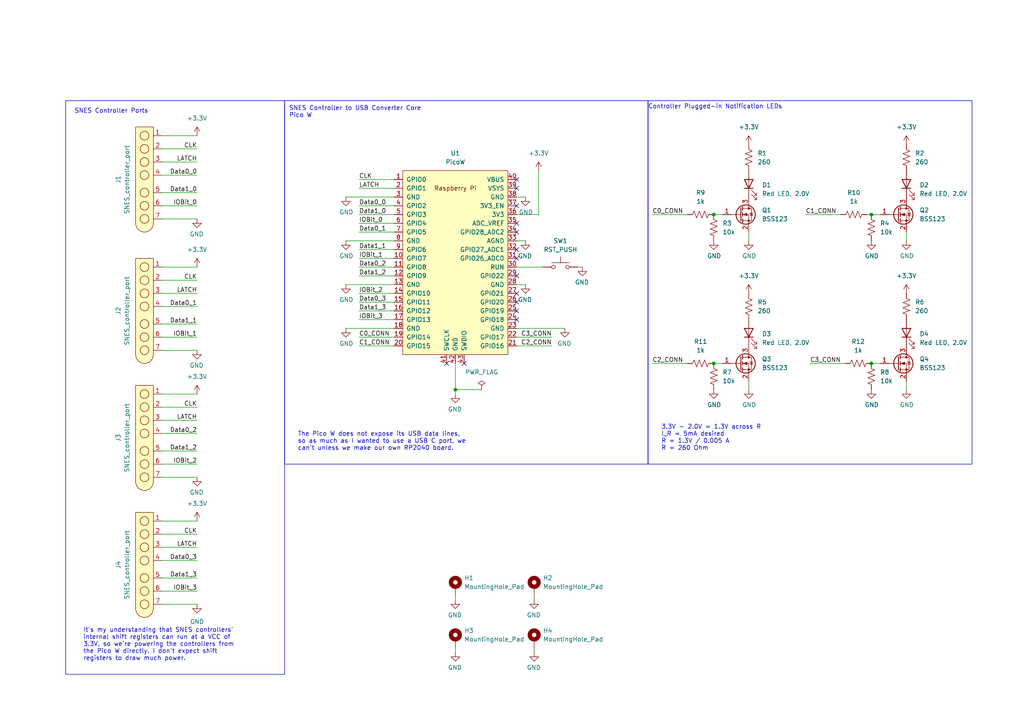
<source format=kicad_sch>
(kicad_sch (version 20230121) (generator eeschema)
  (paper "A4")
  (title_block (title "SNES Controllers to USB") (date "2024-02-28") (rev "B*") (comment 1 "Designed By: Gabriel Marcano"))
  (lib_symbols
    (symbol "Device:LED" (pin_numbers hide) (pin_names (offset 1.016) hide)
      (property "Reference" "D" (at 0 2.54 0))
      (property "Value" "LED" (at 0 -2.54 0))
      (symbol "LED_0_1"
        (polyline (pts (xy -1.27 -1.27) (xy -1.27 1.27)) (stroke (width 0.254)))
        (polyline (pts (xy -1.27 0) (xy 1.27 0)))
        (polyline (pts (xy 1.27 -1.27) (xy 1.27 1.27) (xy -1.27 0) (xy 1.27 -1.27)) (stroke (width 0.254)))
        (polyline (pts (xy -3.048 -0.762) (xy -4.572 -2.286) (xy -3.81 -2.286) (xy -4.572 -2.286) (xy -4.572 -1.524)))
        (polyline (pts (xy -1.778 -0.762) (xy -3.302 -2.286) (xy -2.54 -2.286) (xy -3.302 -2.286) (xy -3.302 -1.524)))
      )
      (symbol "LED_1_1"
        (pin passive line (at -3.81 0 0) (length 2.54) (name "K") (number "1"))
        (pin passive line (at 3.81 0 180) (length 2.54) (name "A") (number "2"))
      )
    )
    (symbol "Device:R_US" (pin_numbers hide) (pin_names (offset 0))
      (property "Reference" "R" (at 2.54 0 90))
      (property "Value" "R_US" (at -2.54 0 90))
      (symbol "R_US_0_1"
        (polyline (pts (xy 0 -2.286) (xy 0 -2.54)))
        (polyline (pts (xy 0 2.286) (xy 0 2.54)))
        (polyline (pts (xy 0 -0.762) (xy 1.016 -1.143) (xy 0 -1.524) (xy -1.016 -1.905) (xy 0 -2.286)))
        (polyline (pts (xy 0 0.762) (xy 1.016 0.381) (xy 0 0) (xy -1.016 -0.381) (xy 0 -0.762)))
        (polyline (pts (xy 0 2.286) (xy 1.016 1.905) (xy 0 1.524) (xy -1.016 1.143) (xy 0 0.762)))
      )
      (symbol "R_US_1_1"
        (pin passive line (at 0 3.81 270) (length 1.27) (name "~") (number "1"))
        (pin passive line (at 0 -3.81 90) (length 1.27) (name "~") (number "2"))
      )
    )
    (symbol "Marcano_Connector:SNES_controller_port" (pin_names (offset 5.08))
      (property "Reference" "J" (at -13.97 3.81 0))
      (property "Value" "SNES_controller_port" (at 8.89 3.81 0))
      (symbol "SNES_controller_port_0_1"
        (circle (center -11.43 0) (radius 1.27))
        (circle (center -7.62 0) (radius 1.27))
        (circle (center -3.81 0) (radius 1.27))
        (polyline (pts (xy -11.43 0) (xy -11.43 0)))
        (polyline (pts (xy -7.62 0) (xy -7.62 0)))
        (polyline (pts (xy -3.81 0) (xy -3.81 0)))
        (polyline (pts (xy 0 0) (xy 0 0)))
        (polyline (pts (xy 0 0) (xy 0 0)))
        (polyline (pts (xy 5.08 0) (xy 5.08 0)))
        (polyline (pts (xy 5.08 0) (xy 5.08 0)))
        (polyline (pts (xy 8.89 0) (xy 8.89 0)))
        (polyline (pts (xy 12.7 0) (xy 12.7 0)))
        (polyline (pts (xy 13.97 2.54) (xy -13.97 2.54) (xy -13.97 -2.54) (xy 13.97 -2.54)) (fill (type background)))
        (circle (center 0 0) (radius 1.27))
        (circle (center 5.08 0) (radius 1.27))
        (circle (center 8.89 0) (radius 1.27))
        (circle (center 12.7 0) (radius 1.27))
        (arc (start 13.97 -2.54) (mid 16.499 0) (end 13.97 2.54) (fill (type background)))
      )
      (symbol "SNES_controller_port_1_1"
        (pin power_in line (at -11.43 -5.08 90) (length 2.54) (name "~") (number "1"))
        (pin input line (at -7.62 -5.08 90) (length 2.54) (name "~") (number "2"))
        (pin input line (at -3.81 -5.08 90) (length 2.54) (name "~") (number "3"))
        (pin input line (at 0 -5.08 90) (length 2.54) (name "~") (number "4"))
        (pin input line (at 5.08 -5.08 90) (length 2.54) (name "~") (number "5"))
        (pin input line (at 8.89 -5.08 90) (length 2.54) (name "~") (number "6"))
        (pin power_in line (at 12.7 -5.08 90) (length 2.54) (name "~") (number "7"))
      )
    )
    (symbol "Mechanical:MountingHole_Pad" (pin_numbers hide) (pin_names (offset 1.016) hide)
      (property "Reference" "H" (at 0 6.35 0))
      (property "Value" "MountingHole_Pad" (at 0 4.445 0))
      (symbol "MountingHole_Pad_0_1"
        (circle (center 0 1.27) (radius 1.27) (stroke (width 1.27)))
      )
      (symbol "MountingHole_Pad_1_1"
        (pin input line (at 0 -2.54 90) (length 2.54) (name "1") (number "1"))
      )
    )
    (symbol "RPi_Pico:PicoW" (pin_names (offset 1.016))
      (property "Reference" "U" (at -13.97 -27.94 0))
      (property "Value" "PicoW" (at 0 -19.05 0))
      (symbol "PicoW_0_0"
        (text "Raspberry Pi" (at 0 21.59 0) (effects (font (size 1.27 1.27))))
      )
      (symbol "PicoW_0_1"
        (rectangle (start -15.24 26.67) (end 15.24 -26.67) (fill (type background)))
      )
      (symbol "PicoW_1_1"
        (pin bidirectional line (at -17.78 24.13 0) (length 2.54) (name "GPIO0") (number "1"))
        (pin bidirectional line (at -17.78 1.27 0) (length 2.54) (name "GPIO7") (number "10"))
        (pin bidirectional line (at -17.78 -1.27 0) (length 2.54) (name "GPIO8") (number "11"))
        (pin bidirectional line (at -17.78 -3.81 0) (length 2.54) (name "GPIO9") (number "12"))
        (pin power_in line (at -17.78 -6.35 0) (length 2.54) (name "GND") (number "13"))
        (pin bidirectional line (at -17.78 -8.89 0) (length 2.54) (name "GPIO10") (number "14"))
        (pin bidirectional line (at -17.78 -11.43 0) (length 2.54) (name "GPIO11") (number "15"))
        (pin bidirectional line (at -17.78 -13.97 0) (length 2.54) (name "GPIO12") (number "16"))
        (pin bidirectional line (at -17.78 -16.51 0) (length 2.54) (name "GPIO13") (number "17"))
        (pin power_in line (at -17.78 -19.05 0) (length 2.54) (name "GND") (number "18"))
        (pin bidirectional line (at -17.78 -21.59 0) (length 2.54) (name "GPIO14") (number "19"))
        (pin bidirectional line (at -17.78 21.59 0) (length 2.54) (name "GPIO1") (number "2"))
        (pin bidirectional line (at -17.78 -24.13 0) (length 2.54) (name "GPIO15") (number "20"))
        (pin bidirectional line (at 17.78 -24.13 180) (length 2.54) (name "GPIO16") (number "21"))
        (pin bidirectional line (at 17.78 -21.59 180) (length 2.54) (name "GPIO17") (number "22"))
        (pin power_in line (at 17.78 -19.05 180) (length 2.54) (name "GND") (number "23"))
        (pin bidirectional line (at 17.78 -16.51 180) (length 2.54) (name "GPIO18") (number "24"))
        (pin bidirectional line (at 17.78 -13.97 180) (length 2.54) (name "GPIO19") (number "25"))
        (pin bidirectional line (at 17.78 -11.43 180) (length 2.54) (name "GPIO20") (number "26"))
        (pin bidirectional line (at 17.78 -8.89 180) (length 2.54) (name "GPIO21") (number "27"))
        (pin power_in line (at 17.78 -6.35 180) (length 2.54) (name "GND") (number "28"))
        (pin bidirectional line (at 17.78 -3.81 180) (length 2.54) (name "GPIO22") (number "29"))
        (pin power_in line (at -17.78 19.05 0) (length 2.54) (name "GND") (number "3"))
        (pin input line (at 17.78 -1.27 180) (length 2.54) (name "RUN") (number "30"))
        (pin bidirectional line (at 17.78 1.27 180) (length 2.54) (name "GPIO26_ADC0") (number "31"))
        (pin bidirectional line (at 17.78 3.81 180) (length 2.54) (name "GPIO27_ADC1") (number "32"))
        (pin power_in line (at 17.78 6.35 180) (length 2.54) (name "AGND") (number "33"))
        (pin bidirectional line (at 17.78 8.89 180) (length 2.54) (name "GPIO28_ADC2") (number "34"))
        (pin unspecified line (at 17.78 11.43 180) (length 2.54) (name "ADC_VREF") (number "35"))
        (pin power_out line (at 17.78 13.97 180) (length 2.54) (name "3V3") (number "36"))
        (pin input line (at 17.78 16.51 180) (length 2.54) (name "3V3_EN") (number "37"))
        (pin power_in line (at 17.78 19.05 180) (length 2.54) (name "GND") (number "38"))
        (pin unspecified line (at 17.78 21.59 180) (length 2.54) (name "VSYS") (number "39"))
        (pin bidirectional line (at -17.78 16.51 0) (length 2.54) (name "GPIO2") (number "4"))
        (pin unspecified line (at 17.78 24.13 180) (length 2.54) (name "VBUS") (number "40"))
        (pin input line (at -2.54 -29.21 90) (length 2.54) (name "SWCLK") (number "41"))
        (pin power_in line (at 0 -29.21 90) (length 2.54) (name "GND") (number "42"))
        (pin bidirectional line (at 2.54 -29.21 90) (length 2.54) (name "SWDIO") (number "43"))
        (pin bidirectional line (at -17.78 13.97 0) (length 2.54) (name "GPIO3") (number "5"))
        (pin bidirectional line (at -17.78 11.43 0) (length 2.54) (name "GPIO4") (number "6"))
        (pin bidirectional line (at -17.78 8.89 0) (length 2.54) (name "GPIO5") (number "7"))
        (pin power_in line (at -17.78 6.35 0) (length 2.54) (name "GND") (number "8"))
        (pin bidirectional line (at -17.78 3.81 0) (length 2.54) (name "GPIO6") (number "9"))
      )
    )
    (symbol "Switch:SW_Push" (pin_numbers hide) (pin_names (offset 1.016) hide)
      (property "Reference" "SW" (at 1.27 2.54 0))
      (property "Value" "SW_Push" (at 0 -1.524 0))
      (symbol "SW_Push_0_1"
        (circle (center -2.032 0) (radius 0.508))
        (polyline (pts (xy 0 1.27) (xy 0 3.048)))
        (polyline (pts (xy 2.54 1.27) (xy -2.54 1.27)))
        (circle (center 2.032 0) (radius 0.508))
        (pin passive line (at -5.08 0 0) (length 2.54) (name "1") (number "1"))
        (pin passive line (at 5.08 0 180) (length 2.54) (name "2") (number "2"))
      )
    )
    (symbol "Transistor_FET:BSS123" (pin_names hide)
      (property "Reference" "Q" (at 5.08 1.905 0))
      (property "Value" "BSS123" (at 5.08 0 0))
      (symbol "BSS123_0_1"
        (polyline (pts (xy 0.254 0) (xy -2.54 0)))
        (polyline (pts (xy 0.254 1.905) (xy 0.254 -1.905)) (stroke (width 0.254)))
        (polyline (pts (xy 0.762 -1.27) (xy 0.762 -2.286)) (stroke (width 0.254)))
        (polyline (pts (xy 0.762 0.508) (xy 0.762 -0.508)) (stroke (width 0.254)))
        (polyline (pts (xy 0.762 2.286) (xy 0.762 1.27)) (stroke (width 0.254)))
        (polyline (pts (xy 2.54 2.54) (xy 2.54 1.778)))
        (polyline (pts (xy 2.54 -2.54) (xy 2.54 0) (xy 0.762 0)))
        (polyline (pts (xy 0.762 -1.778) (xy 3.302 -1.778) (xy 3.302 1.778) (xy 0.762 1.778)))
        (polyline (pts (xy 1.016 0) (xy 2.032 0.381) (xy 2.032 -0.381) (xy 1.016 0)) (fill (type outline)))
        (polyline (pts (xy 2.794 0.508) (xy 2.921 0.381) (xy 3.683 0.381) (xy 3.81 0.254)))
        (polyline (pts (xy 3.302 0.381) (xy 2.921 -0.254) (xy 3.683 -0.254) (xy 3.302 0.381)))
        (circle (center 1.651 0) (radius 2.794) (stroke (width 0.254)))
        (circle (center 2.54 -1.778) (radius 0.254) (fill (type outline)))
        (circle (center 2.54 1.778) (radius 0.254) (fill (type outline)))
      )
      (symbol "BSS123_1_1"
        (pin input line (at -5.08 0 0) (length 2.54) (name "G") (number "1"))
        (pin passive line (at 2.54 -5.08 90) (length 2.54) (name "S") (number "2"))
        (pin passive line (at 2.54 5.08 270) (length 2.54) (name "D") (number "3"))
      )
    )
    (symbol "power:+3.3V" (power) (pin_names (offset 0))
      (property "Value" "+3.3V" (at 0 3.556 0))
      (symbol "+3.3V_0_1"
        (polyline (pts (xy -0.762 1.27) (xy 0 2.54)))
        (polyline (pts (xy 0 0) (xy 0 2.54)))
        (polyline (pts (xy 0 2.54) (xy 0.762 1.27)))
      )
      (symbol "+3.3V_1_1"
        (pin power_in line (at 0 0 90) (length 0) hide (name "+3.3V") (number "1"))
      )
    )
    (symbol "power:GND" (power) (pin_names (offset 0))
      (property "Value" "GND" (at 0 -3.81 0))
      (symbol "GND_0_1"
        (polyline (pts (xy 0 0) (xy 0 -1.27) (xy 1.27 -1.27) (xy 0 -2.54) (xy -1.27 -1.27) (xy 0 -1.27)))
      )
      (symbol "GND_1_1"
        (pin power_in line (at 0 0 270) (length 0) hide (name "GND") (number "1"))
      )
    )
    (symbol "power:PWR_FLAG" (power) (pin_numbers hide) (pin_names (offset 0) hide)
      (property "Value" "PWR_FLAG" (at 0 3.81 0))
      (symbol "PWR_FLAG_0_0"
        (pin power_out line (at 0 0 90) (length 0) (name "pwr") (number "1"))
      )
      (symbol "PWR_FLAG_0_1"
        (polyline (pts (xy 0 0) (xy 0 1.27) (xy -1.016 1.905) (xy 0 2.54) (xy 1.016 1.905) (xy 0 1.27)))
      )
    )
  )
  (junction (at 132.08 113.03))
  (junction (at 207.01 62.23))
  (junction (at 207.01 105.41))
  (junction (at 252.73 105.41))
  (junction (at 252.73 62.23))
  (no_connect (at 149.86 52.07))
  (no_connect (at 149.86 92.71))
  (no_connect (at 149.86 74.93))
  (no_connect (at 149.86 90.17))
  (no_connect (at 149.86 85.09))
  (no_connect (at 149.86 64.77))
  (no_connect (at 149.86 54.61))
  (no_connect (at 149.86 72.39))
  (no_connect (at 149.86 87.63))
  (no_connect (at 149.86 80.01))
  (no_connect (at 134.62 105.41))
  (no_connect (at 149.86 67.31))
  (no_connect (at 129.54 105.41))
  (no_connect (at 149.86 59.69))
  (wire (pts (xy 114.3 52.07) (xy 104.14 52.07)))
  (wire (pts (xy 160.02 100.33) (xy 149.86 100.33)))
  (wire (pts (xy 46.99 39.37) (xy 57.15 39.37)))
  (wire (pts (xy 46.99 50.8) (xy 57.15 50.8)))
  (wire (pts (xy 46.99 125.73) (xy 57.15 125.73)))
  (wire (pts (xy 46.99 134.62) (xy 57.15 134.62)))
  (wire (pts (xy 46.99 85.09) (xy 57.15 85.09)))
  (wire (pts (xy 114.3 67.31) (xy 104.14 67.31)))
  (wire (pts (xy 189.23 62.23) (xy 199.39 62.23)))
  (wire (pts (xy 46.99 81.28) (xy 57.15 81.28)))
  (wire (pts (xy 207.01 62.23) (xy 209.55 62.23)))
  (wire (pts (xy 154.94 187.96) (xy 154.94 189.23)))
  (wire (pts (xy 233.68 62.23) (xy 243.84 62.23)))
  (wire (pts (xy 152.4 69.85) (xy 149.86 69.85)))
  (wire (pts (xy 114.3 64.77) (xy 104.14 64.77)))
  (wire (pts (xy 114.3 82.55) (xy 100.33 82.55)))
  (wire (pts (xy 114.3 90.17) (xy 104.14 90.17)))
  (wire (pts (xy 46.99 101.6) (xy 57.15 101.6)))
  (wire (pts (xy 114.3 69.85) (xy 100.33 69.85)))
  (wire (pts (xy 114.3 87.63) (xy 104.14 87.63)))
  (wire (pts (xy 160.02 97.79) (xy 149.86 97.79)))
  (wire (pts (xy 252.73 62.23) (xy 255.27 62.23)))
  (wire (pts (xy 114.3 77.47) (xy 104.14 77.47)))
  (wire (pts (xy 149.86 62.23) (xy 156.21 62.23)))
  (wire (pts (xy 46.99 151.13) (xy 57.15 151.13)))
  (wire (pts (xy 46.99 88.9) (xy 57.15 88.9)))
  (wire (pts (xy 46.99 97.79) (xy 57.15 97.79)))
  (wire (pts (xy 149.86 82.55) (xy 152.4 82.55)))
  (wire (pts (xy 149.86 77.47) (xy 157.48 77.47)))
  (wire (pts (xy 46.99 130.81) (xy 57.15 130.81)))
  (wire (pts (xy 132.08 113.03) (xy 132.08 114.3)))
  (wire (pts (xy 46.99 46.99) (xy 57.15 46.99)))
  (wire (pts (xy 217.17 110.49) (xy 217.17 113.03)))
  (wire (pts (xy 114.3 85.09) (xy 104.14 85.09)))
  (wire (pts (xy 46.99 158.75) (xy 57.15 158.75)))
  (wire (pts (xy 114.3 95.25) (xy 100.33 95.25)))
  (wire (pts (xy 46.99 77.47) (xy 57.15 77.47)))
  (wire (pts (xy 167.64 77.47) (xy 168.91 77.47)))
  (wire (pts (xy 154.94 172.72) (xy 154.94 173.99)))
  (wire (pts (xy 46.99 63.5) (xy 57.15 63.5)))
  (wire (pts (xy 262.89 67.31) (xy 262.89 69.85)))
  (wire (pts (xy 46.99 162.56) (xy 57.15 162.56)))
  (wire (pts (xy 189.23 105.41) (xy 199.39 105.41)))
  (wire (pts (xy 46.99 93.98) (xy 57.15 93.98)))
  (wire (pts (xy 114.3 62.23) (xy 104.14 62.23)))
  (wire (pts (xy 114.3 54.61) (xy 104.14 54.61)))
  (wire (pts (xy 104.14 100.33) (xy 114.3 100.33)))
  (wire (pts (xy 46.99 55.88) (xy 57.15 55.88)))
  (wire (pts (xy 114.3 59.69) (xy 104.14 59.69)))
  (wire (pts (xy 234.95 105.41) (xy 245.11 105.41)))
  (wire (pts (xy 46.99 154.94) (xy 57.15 154.94)))
  (wire (pts (xy 46.99 121.92) (xy 57.15 121.92)))
  (wire (pts (xy 132.08 172.72) (xy 132.08 173.99)))
  (wire (pts (xy 114.3 57.15) (xy 100.33 57.15)))
  (wire (pts (xy 114.3 74.93) (xy 104.14 74.93)))
  (wire (pts (xy 114.3 72.39) (xy 104.14 72.39)))
  (wire (pts (xy 262.89 110.49) (xy 262.89 113.03)))
  (wire (pts (xy 132.08 187.96) (xy 132.08 189.23)))
  (wire (pts (xy 132.08 113.03) (xy 139.7 113.03)))
  (wire (pts (xy 46.99 118.11) (xy 57.15 118.11)))
  (wire (pts (xy 46.99 59.69) (xy 57.15 59.69)))
  (wire (pts (xy 114.3 80.01) (xy 104.14 80.01)))
  (wire (pts (xy 46.99 114.3) (xy 57.15 114.3)))
  (wire (pts (xy 156.21 49.53) (xy 156.21 62.23)))
  (wire (pts (xy 207.01 105.41) (xy 209.55 105.41)))
  (wire (pts (xy 46.99 43.18) (xy 57.15 43.18)))
  (wire (pts (xy 114.3 92.71) (xy 104.14 92.71)))
  (wire (pts (xy 46.99 167.64) (xy 57.15 167.64)))
  (wire (pts (xy 149.86 57.15) (xy 152.4 57.15)))
  (wire (pts (xy 46.99 175.26) (xy 57.15 175.26)))
  (wire (pts (xy 46.99 138.43) (xy 57.15 138.43)))
  (wire (pts (xy 252.73 105.41) (xy 255.27 105.41)))
  (wire (pts (xy 149.86 95.25) (xy 163.83 95.25)))
  (wire (pts (xy 251.46 62.23) (xy 252.73 62.23)))
  (wire (pts (xy 217.17 67.31) (xy 217.17 69.85)))
  (wire (pts (xy 46.99 171.45) (xy 57.15 171.45)))
  (wire (pts (xy 132.08 105.41) (xy 132.08 113.03)))
  (wire (pts (xy 104.14 97.79) (xy 114.3 97.79)))
  (rectangle (start 187.96 29.21) (end 281.94 134.62))
  (rectangle (start 19.05 29.21) (end 82.55 195.58))
  (rectangle (start 82.55 29.21) (end 187.96 134.62))
  (text "The Pico W does not expose its USB data lines,\nso as much as I wanted to use a USB C port, we\ncan't unless we make our own RP2040 board." (at 86.36 130.81 0) (effects (font (size 1.27 1.27)) (justify left bottom)))
  (text "3.3V - 2.0V = 1.3V across R\nI_R = 5mA desired\nR = 1.3V / 0.005 A\nR = 260 Ohm" (at 191.77 130.81 0) (effects (font (size 1.27 1.27)) (justify left bottom)))
  (text "SNES Controller Ports" (at 21.59 33.02 0) (effects (font (size 1.27 1.27)) (justify left bottom)))
  (text "Controller Plugged-in Notification LEDs" (at 187.96 31.75 0) (effects (font (size 1.27 1.27)) (justify left bottom)))
  (text "It's my understanding that SNES controllers'\ninternal shift registers can run at a VCC of\n3.3V, so we're powering the controllers from\nthe Pico W directly. I don't expect shift\nregisters to draw much power." (at 24.13 191.77 0) (effects (font (size 1.27 1.27)) (justify left bottom)))
  (text "SNES Controller to USB Converter Core\nPico W" (at 83.82 34.29 0) (effects (font (size 1.27 1.27)) (justify left bottom)))
  (label "IOBit_3" (at 104.14 92.71 0))
  (label "C1_CONN" (at 233.68 62.23 0))
  (label "Data1_3" (at 57.15 167.64 180))
  (label "Data0_1" (at 57.15 88.9 180))
  (label "C3_CONN" (at 234.95 105.41 0))
  (label "Data1_1" (at 104.14 72.39 0))
  (label "IOBit_1" (at 104.14 74.93 0))
  (label "LATCH" (at 104.14 54.61 0))
  (label "Data0_3" (at 57.15 162.56 180))
  (label "CLK" (at 104.14 52.07 0))
  (label "IOBit_1" (at 57.15 97.79 180))
  (label "C2_CONN" (at 160.02 100.33 180))
  (label "Data0_1" (at 104.14 67.31 0))
  (label "C2_CONN" (at 189.23 105.41 0))
  (label "LATCH" (at 57.15 46.99 180))
  (label "C0_CONN" (at 189.23 62.23 0))
  (label "C0_CONN" (at 104.14 97.79 0))
  (label "IOBit_3" (at 57.15 171.45 180))
  (label "IOBit_2" (at 104.14 85.09 0))
  (label "C1_CONN" (at 104.14 100.33 0))
  (label "IOBit_0" (at 104.14 64.77 0))
  (label "Data1_3" (at 104.14 90.17 0))
  (label "CLK" (at 57.15 154.94 180))
  (label "Data1_2" (at 104.14 80.01 0))
  (label "CLK" (at 57.15 43.18 180))
  (label "Data1_2" (at 57.15 130.81 180))
  (label "IOBit_0" (at 57.15 59.69 180))
  (label "LATCH" (at 57.15 158.75 180))
  (label "Data0_0" (at 104.14 59.69 0))
  (label "C3_CONN" (at 160.02 97.79 180))
  (label "Data1_0" (at 57.15 55.88 180))
  (label "CLK" (at 57.15 81.28 180))
  (label "LATCH" (at 57.15 85.09 180))
  (label "IOBit_2" (at 57.15 134.62 180))
  (label "Data0_2" (at 57.15 125.73 180))
  (label "Data0_3" (at 104.14 87.63 0))
  (label "Data0_0" (at 57.15 50.8 180))
  (label "Data1_1" (at 57.15 93.98 180))
  (label "CLK" (at 57.15 118.11 180))
  (label "Data1_0" (at 104.14 62.23 0))
  (label "LATCH" (at 57.15 121.92 180))
  (label "Data0_2" (at 104.14 77.47 0))
  (symbol (lib_id "power:GND") (at 207.01 69.85 0) (unit 1)
    (property "Reference" "#PWR020" (effects hide))
    (property "Value" "GND" (at 207.137 74.2442 0))
  )
  (symbol (lib_id "power:GND") (at 163.83 95.25 0) (mirror y) (unit 1)
    (property "Reference" "#PWR018" (effects hide))
    (property "Value" "GND" (at 163.703 99.6442 0))
  )
  (symbol (lib_id "Mechanical:MountingHole_Pad") (at 154.94 185.42 0) (unit 1)
    (property "Reference" "H4" (at 157.48 182.88 0) (effects (justify left)))
    (property "Value" "MountingHole_Pad" (at 157.48 185.42 0) (effects (justify left)))
    (property "Footprint" "MountingHole:MountingHole_3.2mm_M3_Pad_Via" (effects hide))
  )
  (symbol (lib_id "Device:R_US") (at 252.73 66.04 0) (unit 1)
    (property "Reference" "R4" (at 255.27 64.77 0) (effects (justify left)))
    (property "Value" "10k" (at 255.27 67.31 0) (effects (justify left)))
    (property "Footprint" "Resistor_SMD:R_0603_1608Metric_Pad0.98x0.95mm_HandSolder" (effects hide))
  )
  (symbol (lib_id "Device:R_US") (at 207.01 109.22 0) (unit 1)
    (property "Reference" "R7" (at 209.55 107.95 0) (effects (justify left)))
    (property "Value" "10k" (at 209.55 110.49 0) (effects (justify left)))
    (property "Footprint" "Resistor_SMD:R_0603_1608Metric_Pad0.98x0.95mm_HandSolder" (effects hide))
  )
  (symbol (lib_id "power:GND") (at 168.91 77.47 0) (mirror y) (unit 1)
    (property "Reference" "#PWR030" (effects hide))
    (property "Value" "GND" (at 168.783 81.8642 0))
  )
  (symbol (lib_id "power:GND") (at 132.08 173.99 0) (mirror y) (unit 1)
    (property "Reference" "#PWR032" (effects hide))
    (property "Value" "GND" (at 131.953 178.3842 0))
  )
  (symbol (lib_id "power:GND") (at 154.94 173.99 0) (mirror y) (unit 1)
    (property "Reference" "#PWR033" (effects hide))
    (property "Value" "GND" (at 154.813 178.3842 0))
  )
  (symbol (lib_id "power:GND") (at 152.4 69.85 0) (mirror y) (unit 1)
    (property "Reference" "#PWR016" (effects hide))
    (property "Value" "GND" (at 152.273 74.2442 0))
  )
  (symbol (lib_id "Device:R_US") (at 247.65 62.23 90) (unit 1)
    (property "Reference" "R10" (at 247.65 55.88 90))
    (property "Value" "1k" (at 247.65 58.42 90))
    (property "Footprint" "Resistor_SMD:R_0603_1608Metric_Pad0.98x0.95mm_HandSolder" (effects hide))
  )
  (symbol (lib_id "power:GND") (at 252.73 113.03 0) (unit 1)
    (property "Reference" "#PWR027" (effects hide))
    (property "Value" "GND" (at 252.857 117.4242 0))
  )
  (symbol (lib_id "power:GND") (at 154.94 189.23 0) (mirror y) (unit 1)
    (property "Reference" "#PWR035" (effects hide))
    (property "Value" "GND" (at 154.813 193.6242 0))
  )
  (symbol (lib_id "power:GND") (at 207.01 113.03 0) (unit 1)
    (property "Reference" "#PWR021" (effects hide))
    (property "Value" "GND" (at 207.137 117.4242 0))
  )
  (symbol (lib_id "Device:R_US") (at 262.89 88.9 0) (unit 1)
    (property "Reference" "R6" (at 265.43 87.63 0) (effects (justify left)))
    (property "Value" "260" (at 265.43 90.17 0) (effects (justify left)))
    (property "Footprint" "Resistor_SMD:R_0603_1608Metric_Pad0.98x0.95mm_HandSolder" (effects hide))
  )
  (symbol (lib_id "Device:R_US") (at 217.17 45.72 0) (unit 1)
    (property "Reference" "R1" (at 219.71 44.45 0) (effects (justify left)))
    (property "Value" "260" (at 219.71 46.99 0) (effects (justify left)))
    (property "Footprint" "Resistor_SMD:R_0603_1608Metric_Pad0.98x0.95mm_HandSolder" (effects hide))
  )
  (symbol (lib_id "Marcano_Connector:SNES_controller_port") (at 41.91 88.9 90) (mirror x) (unit 1)
    (property "Reference" "J2" (at 34.29 90.1645 0))
    (property "Value" "SNES_controller_port" (at 36.83 90.1645 0))
    (property "Footprint" "Marcano:SNES_CONTROLLER_PORT_FEMALE" (effects hide))
  )
  (symbol (lib_id "power:GND") (at 57.15 138.43 0) (mirror y) (unit 1)
    (property "Reference" "#PWR06" (effects hide))
    (property "Value" "GND" (at 57.023 142.8242 0))
  )
  (symbol (lib_id "Marcano_Connector:SNES_controller_port") (at 41.91 162.56 90) (mirror x) (unit 1)
    (property "Reference" "J4" (at 34.29 163.8245 0))
    (property "Value" "SNES_controller_port" (at 36.83 163.8245 0))
    (property "Footprint" "Marcano:SNES_CONTROLLER_PORT_FEMALE" (effects hide))
  )
  (symbol (lib_id "Device:R_US") (at 203.2 105.41 90) (unit 1)
    (property "Reference" "R11" (at 203.2 99.06 90))
    (property "Value" "1k" (at 203.2 101.6 90))
    (property "Footprint" "Resistor_SMD:R_0603_1608Metric_Pad0.98x0.95mm_HandSolder" (effects hide))
  )
  (symbol (lib_id "power:GND") (at 57.15 175.26 0) (unit 1)
    (property "Reference" "#PWR08" (effects hide))
    (property "Value" "GND" (at 57.15 180.34 0))
  )
  (symbol (lib_id "power:GND") (at 152.4 57.15 0) (unit 1)
    (property "Reference" "#PWR015" (effects hide))
    (property "Value" "GND" (at 152.527 61.5442 0))
  )
  (symbol (lib_id "Transistor_FET:BSS123") (at 214.63 105.41 0) (unit 1)
    (property "Reference" "Q3" (at 220.98 104.14 0) (effects (justify left)))
    (property "Value" "BSS123" (at 220.98 106.68 0) (effects (justify left)))
    (property "Footprint" "Package_TO_SOT_SMD:SOT-23" (effects hide))
    (property "Datasheet" "http://www.diodes.com/assets/Datasheets/ds30366.pdf" (effects hide))
    (property "Manufacturer Product Number" "BSS123" (effects hide))
    (property "Digikey Product Number" "4530-BSS123CT-ND" (effects hide))
  )
  (symbol (lib_id "power:GND") (at 217.17 113.03 0) (unit 1)
    (property "Reference" "#PWR025" (effects hide))
    (property "Value" "GND" (at 217.297 117.4242 0))
  )
  (symbol (lib_id "power:+3.3V") (at 57.15 114.3 0) (mirror y) (unit 1)
    (property "Reference" "#PWR05" (effects hide))
    (property "Value" "+3.3V" (at 57.15 109.22 0))
  )
  (symbol (lib_id "power:GND") (at 252.73 69.85 0) (unit 1)
    (property "Reference" "#PWR026" (effects hide))
    (property "Value" "GND" (at 252.857 74.2442 0))
  )
  (symbol (lib_id "power:GND") (at 57.15 63.5 0) (mirror y) (unit 1)
    (property "Reference" "#PWR02" (effects hide))
    (property "Value" "GND" (at 57.023 67.8942 0))
  )
  (symbol (lib_id "Device:R_US") (at 203.2 62.23 90) (unit 1)
    (property "Reference" "R9" (at 203.2 55.88 90))
    (property "Value" "1k" (at 203.2 58.42 90))
    (property "Footprint" "Resistor_SMD:R_0603_1608Metric_Pad0.98x0.95mm_HandSolder" (effects hide))
  )
  (symbol (lib_id "power:+3.3V") (at 156.21 49.53 0) (unit 1)
    (property "Reference" "#PWR019" (effects hide))
    (property "Value" "+3.3V" (at 156.21 44.45 0))
  )
  (symbol (lib_id "power:+3.3V") (at 217.17 41.91 0) (unit 1)
    (property "Reference" "#PWR014" (effects hide))
    (property "Value" "+3.3V" (at 217.17 36.83 0))
  )
  (symbol (lib_id "Device:R_US") (at 207.01 66.04 0) (unit 1)
    (property "Reference" "R3" (at 209.55 64.77 0) (effects (justify left)))
    (property "Value" "10k" (at 209.55 67.31 0) (effects (justify left)))
    (property "Footprint" "Resistor_SMD:R_0603_1608Metric_Pad0.98x0.95mm_HandSolder" (effects hide))
  )
  (symbol (lib_id "Switch:SW_Push") (at 162.56 77.47 0) (mirror y) (unit 1)
    (property "Reference" "SW1" (at 162.56 69.85 0))
    (property "Value" "RST_PUSH" (at 162.56 72.39 0))
    (property "Footprint" "Marcano:PTS636_SM50_SMTR_LFS" (effects hide))
    (property "Digikey_Part" "CKN12314-1-ND" (effects hide))
  )
  (symbol (lib_id "power:GND") (at 100.33 57.15 0) (unit 1)
    (property "Reference" "#PWR09" (effects hide))
    (property "Value" "GND" (at 100.457 61.5442 0))
  )
  (symbol (lib_id "Device:R_US") (at 252.73 109.22 0) (unit 1)
    (property "Reference" "R8" (at 255.27 107.95 0) (effects (justify left)))
    (property "Value" "10k" (at 255.27 110.49 0) (effects (justify left)))
    (property "Footprint" "Resistor_SMD:R_0603_1608Metric_Pad0.98x0.95mm_HandSolder" (effects hide))
  )
  (symbol (lib_id "power:+3.3V") (at 262.89 41.91 0) (unit 1)
    (property "Reference" "#PWR022" (effects hide))
    (property "Value" "+3.3V" (at 262.89 36.83 0))
  )
  (symbol (lib_id "power:GND") (at 100.33 69.85 0) (unit 1)
    (property "Reference" "#PWR010" (effects hide))
    (property "Value" "GND" (at 100.457 74.2442 0))
  )
  (symbol (lib_id "power:PWR_FLAG") (at 139.7 113.03 0) (unit 1)
    (property "Reference" "#FLG01" (effects hide))
    (property "Value" "PWR_FLAG" (at 139.7 107.95 0))
  )
  (symbol (lib_id "Device:R_US") (at 262.89 45.72 0) (unit 1)
    (property "Reference" "R2" (at 265.43 44.45 0) (effects (justify left)))
    (property "Value" "260" (at 265.43 46.99 0) (effects (justify left)))
    (property "Footprint" "Resistor_SMD:R_0603_1608Metric_Pad0.98x0.95mm_HandSolder" (effects hide))
  )
  (symbol (lib_id "Transistor_FET:BSS123") (at 260.35 105.41 0) (unit 1)
    (property "Reference" "Q4" (at 266.7 104.14 0) (effects (justify left)))
    (property "Value" "BSS123" (at 266.7 106.68 0) (effects (justify left)))
    (property "Footprint" "Package_TO_SOT_SMD:SOT-23" (effects hide))
    (property "Datasheet" "http://www.diodes.com/assets/Datasheets/ds30366.pdf" (effects hide))
    (property "Manufacturer Product Number" "BSS123" (effects hide))
    (property "Digikey Product Number" "4530-BSS123CT-ND" (effects hide))
  )
  (symbol (lib_id "power:+3.3V") (at 57.15 151.13 0) (mirror y) (unit 1)
    (property "Reference" "#PWR07" (effects hide))
    (property "Value" "+3.3V" (at 57.15 146.05 0))
  )
  (symbol (lib_id "Device:R_US") (at 248.92 105.41 90) (unit 1)
    (property "Reference" "R12" (at 248.92 99.06 90))
    (property "Value" "1k" (at 248.92 101.6 90))
    (property "Footprint" "Resistor_SMD:R_0603_1608Metric_Pad0.98x0.95mm_HandSolder" (effects hide))
  )
  (symbol (lib_id "Transistor_FET:BSS123") (at 214.63 62.23 0) (unit 1)
    (property "Reference" "Q1" (at 220.98 60.96 0) (effects (justify left)))
    (property "Value" "BSS123" (at 220.98 63.5 0) (effects (justify left)))
    (property "Footprint" "Package_TO_SOT_SMD:SOT-23" (effects hide))
    (property "Datasheet" "http://www.diodes.com/assets/Datasheets/ds30366.pdf" (effects hide))
    (property "Manufacturer Product Number" "BSS123" (effects hide))
    (property "Digikey Product Number" "4530-BSS123CT-ND" (effects hide))
  )
  (symbol (lib_id "Device:LED") (at 262.89 96.52 90) (unit 1)
    (property "Reference" "D4" (at 266.7 96.8375 90) (effects (justify right)))
    (property "Value" "Red LED, 2.0V" (at 266.7 99.3775 90) (effects (justify right)))
    (property "Footprint" "LED_SMD:LED_0603_1608Metric_Pad1.05x0.95mm_HandSolder" (effects hide))
    (property "Manufacturer Product Number" "B1911USD-20D000114U1930" (effects hide))
    (property "Digikey Product Number" "3147-B1911USD-20D000114U1930CT-ND" (effects hide))
  )
  (symbol (lib_id "Marcano_Connector:SNES_controller_port") (at 41.91 50.8 90) (mirror x) (unit 1)
    (property "Reference" "J1" (at 34.29 52.0645 0))
    (property "Value" "SNES_controller_port" (at 36.83 52.0645 0))
    (property "Footprint" "Marcano:SNES_CONTROLLER_PORT_FEMALE" (effects hide))
  )
  (symbol (lib_id "power:+3.3V") (at 57.15 39.37 0) (mirror y) (unit 1)
    (property "Reference" "#PWR01" (effects hide))
    (property "Value" "+3.3V" (at 57.15 34.29 0))
  )
  (symbol (lib_id "power:+3.3V") (at 217.17 85.09 0) (unit 1)
    (property "Reference" "#PWR024" (effects hide))
    (property "Value" "+3.3V" (at 217.17 80.01 0))
  )
  (symbol (lib_id "power:GND") (at 100.33 82.55 0) (unit 1)
    (property "Reference" "#PWR011" (effects hide))
    (property "Value" "GND" (at 100.457 86.9442 0))
  )
  (symbol (lib_id "power:+3.3V") (at 57.15 77.47 0) (mirror y) (unit 1)
    (property "Reference" "#PWR03" (effects hide))
    (property "Value" "+3.3V" (at 57.15 72.39 0))
  )
  (symbol (lib_id "power:GND") (at 132.08 114.3 0) (mirror y) (unit 1)
    (property "Reference" "#PWR013" (effects hide))
    (property "Value" "GND" (at 131.953 118.6942 0))
  )
  (symbol (lib_id "power:GND") (at 132.08 189.23 0) (mirror y) (unit 1)
    (property "Reference" "#PWR034" (effects hide))
    (property "Value" "GND" (at 131.953 193.6242 0))
  )
  (symbol (lib_id "power:GND") (at 152.4 82.55 0) (mirror y) (unit 1)
    (property "Reference" "#PWR017" (effects hide))
    (property "Value" "GND" (at 152.273 86.9442 0))
  )
  (symbol (lib_id "Device:LED") (at 262.89 53.34 90) (unit 1)
    (property "Reference" "D2" (at 266.7 53.6575 90) (effects (justify right)))
    (property "Value" "Red LED, 2.0V" (at 266.7 56.1975 90) (effects (justify right)))
    (property "Footprint" "LED_SMD:LED_0603_1608Metric_Pad1.05x0.95mm_HandSolder" (effects hide))
    (property "Manufacturer Product Number" "B1911USD-20D000114U1930" (effects hide))
    (property "Digikey Product Number" "3147-B1911USD-20D000114U1930CT-ND" (effects hide))
  )
  (symbol (lib_id "power:GND") (at 217.17 69.85 0) (unit 1)
    (property "Reference" "#PWR023" (effects hide))
    (property "Value" "GND" (at 217.297 74.2442 0))
  )
  (symbol (lib_id "power:+3.3V") (at 262.89 85.09 0) (unit 1)
    (property "Reference" "#PWR028" (effects hide))
    (property "Value" "+3.3V" (at 262.89 80.01 0))
  )
  (symbol (lib_id "Mechanical:MountingHole_Pad") (at 132.08 185.42 0) (unit 1)
    (property "Reference" "H3" (at 134.62 182.88 0) (effects (justify left)))
    (property "Value" "MountingHole_Pad" (at 134.62 185.42 0) (effects (justify left)))
    (property "Footprint" "MountingHole:MountingHole_3.2mm_M3_Pad_Via" (effects hide))
  )
  (symbol (lib_id "RPi_Pico:PicoW") (at 132.08 76.2 0) (unit 1)
    (property "Reference" "U1" (at 132.08 44.45 0))
    (property "Value" "PicoW" (at 132.08 46.99 0))
    (property "Footprint" "RPi_Pico:RPi_PicoW_SMD_TH" (effects hide))
    (property "Datasheet" "https://datasheets.raspberrypi.com/picow/pico-w-datasheet.pdf" (effects hide))
    (property "Manufacturer Product Number" "SC0918" (effects hide))
    (property "Digikey Product Number" "2648-SC0918CT-ND" (effects hide))
  )
  (symbol (lib_id "power:GND") (at 100.33 95.25 0) (unit 1)
    (property "Reference" "#PWR012" (effects hide))
    (property "Value" "GND" (at 100.457 99.6442 0))
  )
  (symbol (lib_id "power:GND") (at 262.89 113.03 0) (unit 1)
    (property "Reference" "#PWR031" (effects hide))
    (property "Value" "GND" (at 263.017 117.4242 0))
  )
  (symbol (lib_id "power:GND") (at 57.15 101.6 0) (mirror y) (unit 1)
    (property "Reference" "#PWR04" (effects hide))
    (property "Value" "GND" (at 57.023 105.9942 0))
  )
  (symbol (lib_id "Mechanical:MountingHole_Pad") (at 154.94 170.18 0) (unit 1)
    (property "Reference" "H2" (at 157.48 167.64 0) (effects (justify left)))
    (property "Value" "MountingHole_Pad" (at 157.48 170.18 0) (effects (justify left)))
    (property "Footprint" "MountingHole:MountingHole_3.2mm_M3_Pad_Via" (effects hide))
  )
  (symbol (lib_id "power:GND") (at 262.89 69.85 0) (unit 1)
    (property "Reference" "#PWR029" (effects hide))
    (property "Value" "GND" (at 263.017 74.2442 0))
  )
  (symbol (lib_id "Transistor_FET:BSS123") (at 260.35 62.23 0) (unit 1)
    (property "Reference" "Q2" (at 266.7 60.96 0) (effects (justify left)))
    (property "Value" "BSS123" (at 266.7 63.5 0) (effects (justify left)))
    (property "Footprint" "Package_TO_SOT_SMD:SOT-23" (effects hide))
    (property "Datasheet" "http://www.diodes.com/assets/Datasheets/ds30366.pdf" (effects hide))
    (property "Manufacturer Product Number" "BSS123" (effects hide))
    (property "Digikey Product Number" "4530-BSS123CT-ND" (effects hide))
  )
  (symbol (lib_id "Marcano_Connector:SNES_controller_port") (at 41.91 125.73 90) (mirror x) (unit 1)
    (property "Reference" "J3" (at 34.29 126.9945 0))
    (property "Value" "SNES_controller_port" (at 36.83 126.9945 0))
    (property "Footprint" "Marcano:SNES_CONTROLLER_PORT_FEMALE" (effects hide))
  )
  (symbol (lib_id "Device:LED") (at 217.17 53.34 90) (unit 1)
    (property "Reference" "D1" (at 220.98 53.6575 90) (effects (justify right)))
    (property "Value" "Red LED, 2.0V" (at 220.98 56.1975 90) (effects (justify right)))
    (property "Footprint" "LED_SMD:LED_0603_1608Metric_Pad1.05x0.95mm_HandSolder" (effects hide))
    (property "Manufacturer Product Number" "B1911USD-20D000114U1930" (effects hide))
    (property "Digikey Product Number" "3147-B1911USD-20D000114U1930CT-ND" (effects hide))
  )
  (symbol (lib_id "Mechanical:MountingHole_Pad") (at 132.08 170.18 0) (unit 1)
    (property "Reference" "H1" (at 134.62 167.64 0) (effects (justify left)))
    (property "Value" "MountingHole_Pad" (at 134.62 170.18 0) (effects (justify left)))
    (property "Footprint" "MountingHole:MountingHole_3.2mm_M3_Pad_Via" (effects hide))
  )
  (symbol (lib_id "Device:R_US") (at 217.17 88.9 0) (unit 1)
    (property "Reference" "R5" (at 219.71 87.63 0) (effects (justify left)))
    (property "Value" "260" (at 219.71 90.17 0) (effects (justify left)))
    (property "Footprint" "Resistor_SMD:R_0603_1608Metric_Pad0.98x0.95mm_HandSolder" (effects hide))
  )
  (symbol (lib_id "Device:LED") (at 217.17 96.52 90) (unit 1)
    (property "Reference" "D3" (at 220.98 96.8375 90) (effects (justify right)))
    (property "Value" "Red LED, 2.0V" (at 220.98 99.3775 90) (effects (justify right)))
    (property "Footprint" "LED_SMD:LED_0603_1608Metric_Pad1.05x0.95mm_HandSolder" (effects hide))
    (property "Manufacturer Product Number" "B1911USD-20D000114U1930" (effects hide))
    (property "Digikey Product Number" "3147-B1911USD-20D000114U1930CT-ND" (effects hide))
  )
)
</source>
